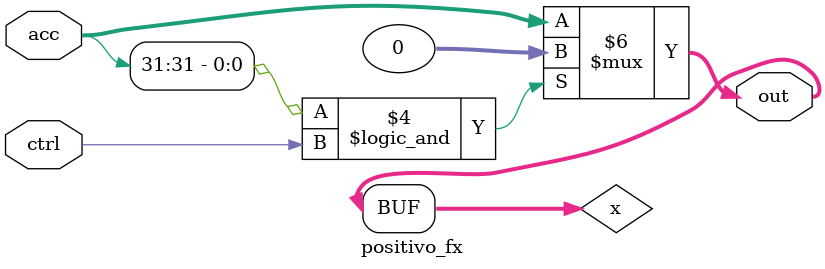
<source format=v>
module positivo_fx
#(
	parameter NUBITS = 32
)

(
	input  [NUBITS-1:0] acc,
	input 		        ctrl,
	output [NUBITS-1:0] out
);

reg  [NUBITS-1:0] x;


always @(*) begin

	if ((acc[NUBITS-1] == 1) && (ctrl ==1))
		x <= 0;
	else
		x <= acc;
end

assign out = x;

endmodule

</source>
